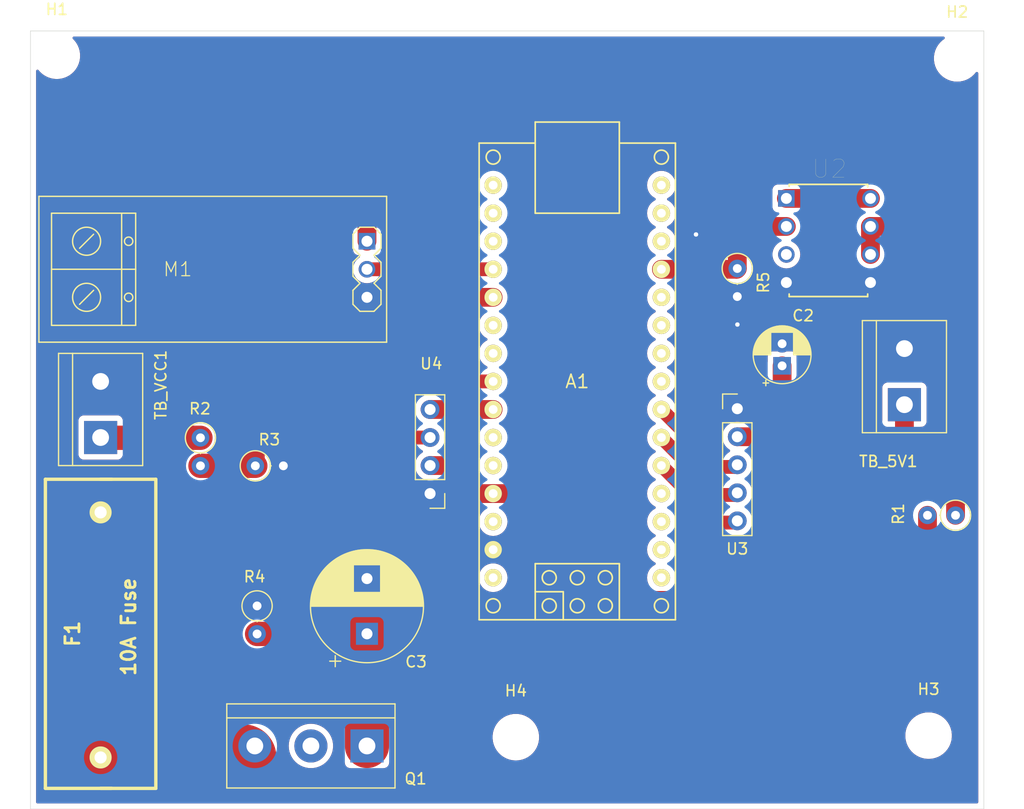
<source format=kicad_pcb>
(kicad_pcb (version 20211014) (generator pcbnew)
  (layers (0 "F.Cu" signal) (31 "B.Cu" signal) (35 "F.Paste" user) (37 "F.SilkS" user "F.Silkscreen") (38 "B.Mask" user) (39 "F.Mask" user) (44 "Edge.Cuts" user))
  (net 0 "")
  (net 1 "Net-(A1-Pad12)")
  (net 2 "Net-(A1-Pad24)")
  (net 3 "Net-(A1-Pad23)")
  (net 4 "Net-(A1-Pad7)")
  (net 5 "Net-(A1-Pad6)")
  (net 6 "Net-(A1-Pad5)")
  (net 7 "Net-(A1-Pad20)")
  (net 8 "GND")
  (net 9 "+5V")
  (net 10 "Net-(C3-Pad1)")
  (net 11 "Net-(F1-Pad2)")
  (net 12 "Net-(R1-Pad1)")
  (net 13 "VCC")
  (net 14 "Net-(A1-Pad19)")
  (net 15 "Net-(M1-Pad~)")
  (footprint "footprints:arduino_nano" (layer "F.Cu") (at 104.775 81.915 90)
    (fp_text reference "A1" (at 0 0) (layer "F.SilkS") (effects (font (size 1.2 1.2))))
    (fp_text value "Arduino_Nano")
    (pad "1" thru_hole circle locked (at -17.78 7.62 90) (size 1.5748 1.5748) (drill 0.8) (layers *.Cu *.Mask "F.SilkS"))
    (pad "2" thru_hole circle locked (at -15.24 7.62 90) (size 1.5748 1.5748) (drill 0.8) (layers *.Cu *.Mask "F.SilkS"))
    (pad "3" thru_hole circle locked (at -12.7 7.62 90) (size 1.5748 1.5748) (drill 0.8) (layers *.Cu *.Mask "F.SilkS"))
    (pad "4" thru_hole circle locked (at -10.16 7.62 90) (size 1.5748 1.5748) (drill 0.8) (layers *.Cu *.Mask "F.SilkS"))
    (pad "5" thru_hole circle locked (at -7.62 7.62 90) (size 1.5748 1.5748) (drill 0.8) (layers *.Cu *.Mask "F.SilkS") (net 6 "Net-(A1-Pad5)"))
    (pad "6" thru_hole circle locked (at -5.08 7.62 90) (size 1.5748 1.5748) (drill 0.8) (layers *.Cu *.Mask "F.SilkS") (net 5 "Net-(A1-Pad6)"))
    (pad "7" thru_hole circle locked (at -2.54 7.62 90) (size 1.5748 1.5748) (drill 0.8) (layers *.Cu *.Mask "F.SilkS") (net 4 "Net-(A1-Pad7)"))
    (pad "8" thru_hole circle locked (at 0 7.62 90) (size 1.5748 1.5748) (drill 0.8) (layers *.Cu *.Mask "F.SilkS"))
    (pad "9" thru_hole circle locked (at 2.54 7.62 90) (size 1.5748 1.5748) (drill 0.8) (layers *.Cu *.Mask "F.SilkS"))
    (pad "10" thru_hole circle locked (at 5.08 7.62 90) (size 1.5748 1.5748) (drill 0.8) (layers *.Cu *.Mask "F.SilkS"))
    (pad "11" thru_hole circle locked (at 7.62 7.62 90) (size 1.5748 1.5748) (drill 0.8) (layers *.Cu *.Mask "F.SilkS"))
    (pad "12" thru_hole circle locked (at 10.16 7.62 90) (size 1.5748 1.5748) (drill 0.8) (layers *.Cu *.Mask "F.SilkS") (net 1 "Net-(A1-Pad12)"))
    (pad "13" thru_hole circle locked (at 12.7 7.62 90) (size 1.5748 1.5748) (drill 0.8) (layers *.Cu *.Mask "F.SilkS"))
    (pad "14" thru_hole circle locked (at 15.24 7.62 90) (size 1.5748 1.5748) (drill 0.8) (layers *.Cu *.Mask "F.SilkS"))
    (pad "15" thru_hole circle locked (at 17.78 7.62 90) (size 1.5748 1.5748) (drill 0.8) (layers *.Cu *.Mask "F.SilkS"))
    (pad "16" thru_hole circle locked (at 17.78 -7.62 90) (size 1.5748 1.5748) (drill 0.8) (layers *.Cu *.Mask "F.SilkS"))
    (pad "17" thru_hole circle locked (at 15.24 -7.62 90) (size 1.5748 1.5748) (drill 0.8) (layers *.Cu *.Mask "F.SilkS"))
    (pad "18" thru_hole circle locked (at 12.7 -7.62 90) (size 1.5748 1.5748) (drill 0.8) (layers *.Cu *.Mask "F.SilkS"))
    (pad "19" thru_hole circle locked (at 10.16 -7.62 90) (size 1.5748 1.5748) (drill 0.8) (layers *.Cu *.Mask "F.SilkS") (net 14 "Net-(A1-Pad19)"))
    (pad "20" thru_hole circle locked (at 7.62 -7.62 90) (size 1.5748 1.5748) (drill 0.8) (layers *.Cu *.Mask "F.SilkS") (net 7 "Net-(A1-Pad20)"))
    (pad "21" thru_hole circle locked (at 5.08 -7.62 90) (size 1.5748 1.5748) (drill 0.8) (layers *.Cu *.Mask "F.SilkS"))
    (pad "22" thru_hole circle locked (at 2.54 -7.62 90) (size 1.5748 1.5748) (drill 0.8) (layers *.Cu *.Mask "F.SilkS"))
    (pad "23" thru_hole circle locked (at 0 -7.62 90) (size 1.5748 1.5748) (drill 0.8) (layers *.Cu *.Mask "F.SilkS") (net 3 "Net-(A1-Pad23)"))
    (pad "24" thru_hole circle locked (at -2.54 -7.62 90) (size 1.5748 1.5748) (drill 0.8) (layers *.Cu *.Mask "F.SilkS") (net 2 "Net-(A1-Pad24)"))
    (pad "25" thru_hole circle locked (at -5.08 -7.62 90) (size 1.5748 1.5748) (drill 0.8) (layers *.Cu *.Mask "F.SilkS"))
    (pad "26" thru_hole circle locked (at -7.62 -7.62 90) (size 1.5748 1.5748) (drill 0.8) (layers *.Cu *.Mask "F.SilkS"))
    (pad "27" thru_hole circle locked (at -10.16 -7.62 90) (size 1.5748 1.5748) (drill 0.8) (layers *.Cu *.Mask "F.SilkS") (net 9 "+5V"))
    (pad "28" thru_hole circle locked (at -12.7 -7.62 90) (size 1.5748 1.5748) (drill 0.8) (layers *.Cu *.Mask "F.SilkS"))
    (pad "29" thru_hole circle locked (at -15.24 -7.62 90) (size 1.5748 1.5748) (drill 0.8) (layers *.Cu *.Mask "F.SilkS") (net 8 "GND"))
    (pad "30" thru_hole circle locked (at -17.78 -7.62 90) (size 1.5748 1.5748) (drill 0.8) (layers *.Cu *.Mask "F.SilkS"))
  )
  (footprint "Connector_PinHeader_2.54mm:PinHeader_1x04_P2.54mm_Vertical" (layer "F.Cu") (at 91.44 92.075 180)
    (fp_text reference "U4" (at -0.11 11.765 180) (layer "F.SilkS"))
    (fp_text value "I2C-LCD-16X2")
    (pad "1" thru_hole rect locked (at 0 0 180) (size 1.7 1.7) (drill 1) (layers *.Cu *.Mask) (net 8 "GND"))
    (pad "2" thru_hole oval locked (at 0 2.54 180) (size 1.7 1.7) (drill 1) (layers *.Cu *.Mask) (net 9 "+5V"))
    (pad "3" thru_hole oval locked (at 0 5.08 180) (size 1.7 1.7) (drill 1) (layers *.Cu *.Mask) (net 3 "Net-(A1-Pad23)"))
    (pad "4" thru_hole oval locked (at 0 7.62 180) (size 1.7 1.7) (drill 1) (layers *.Cu *.Mask) (net 2 "Net-(A1-Pad24)"))
  )
  (footprint "Resistor_THT:R_Axial_DIN0207_L6.3mm_D2.5mm_P2.54mm_Vertical" (layer "F.Cu") (at 139.04 94.04 180)
    (fp_text reference "R1" (at 5.18 0.12 270) (layer "F.SilkS"))
    (fp_text value "10")
    (pad "1" thru_hole circle locked (at 0 0 180) (size 1.6 1.6) (drill 0.8) (layers *.Cu *.Mask) (net 12 "Net-(R1-Pad1)"))
    (pad "2" thru_hole oval locked (at 2.54 0 180) (size 1.6 1.6) (drill 0.8) (layers *.Cu *.Mask) (net 10 "Net-(C3-Pad1)"))
  )
  (footprint "Capacitor_THT:CP_Radial_D10.0mm_P5.00mm" (layer "F.Cu") (at 85.725 104.775 90)
    (fp_text reference "C3" (at -2.54 4.445) (layer "F.SilkS"))
    (fp_text value "470uF")
    (pad "1" thru_hole rect locked (at 0 0 90) (size 2 2) (drill 1) (layers *.Cu *.Mask) (net 10 "Net-(C3-Pad1)"))
    (pad "2" thru_hole circle locked (at 5 0 90) (size 2 2) (drill 1) (layers *.Cu *.Mask) (net 8 "GND"))
  )
  (footprint "footprints:TerminalBlock_bornier-2_P5.08mm" (layer "F.Cu") (at 134.41 78.94 -90)
    (fp_text reference "TB_5V1" (at 10.22 1.46 180) (layer "F.SilkS"))
    (fp_text value "Screw_Terminal")
    (pad "1" thru_hole rect locked (at 5.08 0 270) (size 3 3) (drill 1.52) (layers *.Cu *.Mask) (net 9 "+5V"))
    (pad "2" thru_hole circle locked (at 0 0 270) (size 3 3) (drill 1.52) (layers *.Cu *.Mask) (net 8 "GND"))
  )
  (footprint "Capacitor_THT:CP_Radial_D5.0mm_P2.00mm" (layer "F.Cu") (at 123.33 80.5 90)
    (fp_text reference "C2" (at 4.54 1.905 180) (layer "F.SilkS"))
    (fp_text value "22uF")
    (pad "1" thru_hole rect locked (at 0 0 90) (size 1.6 1.6) (drill 0.8) (layers *.Cu *.Mask) (net 9 "+5V"))
    (pad "2" thru_hole circle locked (at 2 0 90) (size 1.6 1.6) (drill 0.8) (layers *.Cu *.Mask) (net 8 "GND"))
  )
  (footprint "Connector_PinHeader_2.54mm:PinHeader_1x05_P2.54mm_Vertical" (layer "F.Cu") (at 119.27 84.385)
    (fp_text reference "U3" (at 0 12.7 180) (layer "F.SilkS"))
    (fp_text value "Rotary_Encoder")
    (pad "1" thru_hole rect locked (at 0 0) (size 1.7 1.7) (drill 1) (layers *.Cu *.Mask) (net 8 "GND"))
    (pad "2" thru_hole oval locked (at 0 2.54) (size 1.7 1.7) (drill 1) (layers *.Cu *.Mask) (net 9 "+5V"))
    (pad "3" thru_hole oval locked (at 0 5.08) (size 1.7 1.7) (drill 1) (layers *.Cu *.Mask) (net 4 "Net-(A1-Pad7)"))
    (pad "4" thru_hole oval locked (at 0 7.62) (size 1.7 1.7) (drill 1) (layers *.Cu *.Mask) (net 5 "Net-(A1-Pad6)"))
    (pad "5" thru_hole oval locked (at 0 10.16) (size 1.7 1.7) (drill 1) (layers *.Cu *.Mask) (net 6 "Net-(A1-Pad5)"))
  )
  (footprint "Resistor_THT:R_Axial_DIN0207_L6.3mm_D2.5mm_P2.54mm_Vertical" (layer "F.Cu") (at 119.27 71.685 -90)
    (fp_text reference "R5" (at 1.27 -2.37 90) (layer "F.SilkS"))
    (fp_text value "1k")
    (pad "1" thru_hole circle locked (at 0 0 270) (size 1.6 1.6) (drill 0.8) (layers *.Cu *.Mask) (net 1 "Net-(A1-Pad12)"))
    (pad "2" thru_hole oval locked (at 2.54 0 270) (size 1.6 1.6) (drill 0.8) (layers *.Cu *.Mask) (net 8 "GND"))
  )
  (footprint "diy-modules:CURRENT-SENSOR-ACS712" (layer "F.Cu") (at 71.755 71.755)
    (fp_text reference "M1" (at -3.175 0) (layer "F.SilkS") (effects (font (size 1.27 1.27) (thickness 0.1016))))
    (fp_text value "CURRENT-SENSOR-ACS712" hide)
    (pad "1" thru_hole rect locked (at 13.97 -2.54) (size 1.50622 1.50622) (drill 0.99822) (layers *.Cu *.Paste *.Mask) (net 9 "+5V"))
    (pad "2" thru_hole circle locked (at 13.97 0) (size 1.50622 1.50622) (drill 0.99822) (layers *.Cu *.Paste *.Mask) (net 14 "Net-(A1-Pad19)"))
    (pad "3" thru_hole circle locked (at 13.97 2.54) (size 1.50622 1.50622) (drill 0.99822) (layers *.Cu *.Paste *.Mask) (net 8 "GND"))
  )
  (footprint "Resistor_THT:R_Axial_DIN0207_L6.3mm_D2.5mm_P2.54mm_Vertical" (layer "F.Cu") (at 75.77 102.25 -90)
    (fp_text reference "R4" (at -2.64 0.23 180) (layer "F.SilkS"))
    (fp_text value "150k")
    (pad "1" thru_hole circle locked (at 0 0 270) (size 1.6 1.6) (drill 0.8) (layers *.Cu *.Mask) (net 8 "GND"))
    (pad "2" thru_hole oval locked (at 2.54 0 270) (size 1.6 1.6) (drill 0.8) (layers *.Cu *.Mask) (net 10 "Net-(C3-Pad1)"))
  )
  (footprint "Resistor_THT:R_Axial_DIN0207_L6.3mm_D2.5mm_P2.54mm_Vertical" (layer "F.Cu") (at 70.64 87.02 -90)
    (fp_text reference "R2" (at -2.63 0.05 180) (layer "F.SilkS"))
    (fp_text value "10k")
    (pad "1" thru_hole circle locked (at 0 0 270) (size 1.6 1.6) (drill 0.8) (layers *.Cu *.Mask) (net 13 "VCC"))
    (pad "2" thru_hole oval locked (at 2.54 0 270) (size 1.6 1.6) (drill 0.8) (layers *.Cu *.Mask) (net 7 "Net-(A1-Pad20)"))
  )
  (footprint "TerminalBlock:TerminalBlock_bornier-3_P5.08mm" (layer "F.Cu") (at 85.725 114.935 180)
    (fp_text reference "Q1" (at -4.405 -2.975) (layer "F.SilkS"))
    (fp_text value "IRFZ44NPBF")
    (pad "1" thru_hole rect locked (at 0 0 180) (size 3 3) (drill 1.52) (layers *.Cu *.Mask) (net 10 "Net-(C3-Pad1)"))
    (pad "2" thru_hole circle locked (at 5.08 0 180) (size 3 3) (drill 1.52) (layers *.Cu *.Mask) (net 15 "Net-(M1-Pad~)"))
    (pad "3" thru_hole circle locked (at 10.16 0 180) (size 3 3) (drill 1.52) (layers *.Cu *.Mask) (net 11 "Net-(F1-Pad2)"))
  )
  (footprint "footprints:TerminalBlock_bornier-2_P5.08mm" (layer "F.Cu") (at 61.595 81.915 -90)
    (fp_text reference "TB_VCC1" (at 0.315 -5.455 90) (layer "F.SilkS"))
    (fp_text value "Screw_Terminal")
    (pad "1" thru_hole rect locked (at 5.08 0 270) (size 3 3) (drill 1.52) (layers *.Cu *.Mask) (net 13 "VCC"))
    (pad "2" thru_hole circle locked (at 0 0 270) (size 3 3) (drill 1.52) (layers *.Cu *.Mask) (net 8 "GND"))
  )
  (footprint "footprints:BLX-A" (layer "F.Cu") (at 61.595 104.775 -90)
    (fp_text reference "F1" (at 0 2.54 90) (layer "F.SilkS") (effects (font (size 1.27 1.27) (thickness 0.254))))
    (fp_text value "10A Fuse" (at -0.635 -2.54 90) (layer "F.SilkS") (effects (font (size 1.27 1.27) (thickness 0.254))))
    (pad "1" thru_hole circle locked (at -10.9982 0 270) (size 1.99898 1.99898) (drill 1.09982) (layers *.Cu *.Mask "F.SilkS") (net 8 "GND"))
    (pad "2" thru_hole circle locked (at 11.2014 0 270) (size 1.99898 1.99898) (drill 1.09982) (layers *.Cu *.Mask "F.SilkS") (net 11 "Net-(F1-Pad2)"))
  )
  (footprint "Resistor_THT:R_Axial_DIN0207_L6.3mm_D2.5mm_P2.54mm_Vertical" (layer "F.Cu") (at 75.61 89.56)
    (fp_text reference "R3" (at 1.27 -2.37) (layer "F.SilkS"))
    (fp_text value "2k")
    (pad "1" thru_hole circle locked (at 0 0) (size 1.6 1.6) (drill 0.8) (layers *.Cu *.Mask) (net 7 "Net-(A1-Pad20)"))
    (pad "2" thru_hole oval locked (at 2.54 0) (size 1.6 1.6) (drill 0.8) (layers *.Cu *.Mask) (net 8 "GND"))
  )
  (footprint "footprints:DIP254P762X533-8" (layer "F.Cu") (at 131.335 72.955)
    (fp_text reference "U2" (at -3.725 -10.305) (layer "F.SilkS") (effects (font (size 1.642071 1.642071) (thickness 0.015))))
    (fp_text value "TC4420CPA")
    (pad "1" thru_hole rect locked (at -7.62 -7.62) (size 1.4986 1.4986) (drill 0.9906) (layers *.Cu *.Mask) (net 9 "+5V"))
    (pad "2" thru_hole circle locked (at -7.62 -5.08) (size 1.4986 1.4986) (drill 0.9906) (layers *.Cu *.Mask) (net 1 "Net-(A1-Pad12)"))
    (pad "3" thru_hole circle locked (at -7.62 -2.54) (size 1.4986 1.4986) (drill 0.9906) (layers *.Cu *.Mask))
    (pad "4" thru_hole circle locked (at -7.62 0) (size 1.4986 1.4986) (drill 0.9906) (layers *.Cu *.Mask) (net 8 "GND"))
    (pad "5" thru_hole circle locked (at 0 0) (size 1.4986 1.4986) (drill 0.9906) (layers *.Cu *.Mask) (net 8 "GND"))
    (pad "6" thru_hole circle locked (at 0 -2.54) (size 1.4986 1.4986) (drill 0.9906) (layers *.Cu *.Mask) (net 12 "Net-(R1-Pad1)"))
    (pad "7" thru_hole circle locked (at 0 -5.08) (size 1.4986 1.4986) (drill 0.9906) (layers *.Cu *.Mask) (net 12 "Net-(R1-Pad1)"))
    (pad "8" thru_hole circle locked (at 0 -7.62) (size 1.4986 1.4986) (drill 0.9906) (layers *.Cu *.Mask) (net 9 "+5V"))
  )
  (footprint "MountingHole:MountingHole_3.2mm_M3" (layer "F.Cu") (at 99.21 114.14)
    (fp_text reference "H4" (at 0 -4.2) (layer "F.SilkS"))
    (fp_text value "MountingHole")
    (pad "" np_thru_hole circle (at 0 0) (size 3.2 3.2) (drill 3.2) (layers *.Cu *.Mask))
  )
  (footprint "MountingHole:MountingHole_3.2mm_M3" (layer "F.Cu") (at 57.63 52.41)
    (fp_text reference "H1" (at 0 -4.2) (layer "F.SilkS"))
    (fp_text value "MountingHole")
    (pad "" np_thru_hole circle (at 0 0) (size 3.2 3.2) (drill 3.2) (layers *.Cu *.Mask))
  )
  (footprint "MountingHole:MountingHole_3.2mm_M3" (layer "F.Cu") (at 139.19 52.65)
    (fp_text reference "H2" (at 0 -4.2) (layer "F.SilkS"))
    (fp_text value "MountingHole")
    (pad "" np_thru_hole circle (at 0 0) (size 3.2 3.2) (drill 3.2) (layers *.Cu *.Mask))
  )
  (footprint "MountingHole:MountingHole_3.2mm_M3" (layer "F.Cu") (at 136.6 114)
    (fp_text reference "H3" (at 0 -4.2) (layer "F.SilkS"))
    (fp_text value "MountingHole")
    (pad "" np_thru_hole circle (at 0 0) (size 3.2 3.2) (drill 3.2) (layers *.Cu *.Mask))
  )
  (gr_line (start 141.605 50.165) (end 55.245 50.165) (layer "Edge.Cuts") (width 0.05))
  (gr_line (start 141.605 120.65) (end 141.605 50.165) (layer "Edge.Cuts") (width 0.05))
  (gr_line (start 55.245 50.165) (end 55.245 120.65) (layer "Edge.Cuts") (width 0.05))
  (gr_line (start 55.245 120.65) (end 141.605 120.65) (layer "Edge.Cuts") (width 0.05))
  (segment (start 119.27 68.1) (end 119.27 71.685) (width 1.7) (layer "F.Cu") (net 1))
  (segment (start 112.395 71.755) (end 119.2 71.755) (width 1.7) (layer "F.Cu") (net 1))
  (segment (start 119.495 67.875) (end 119.27 68.1) (width 1.7) (layer "F.Cu") (net 1))
  (segment (start 123.715 67.875) (end 119.495 67.875) (width 1.7) (layer "F.Cu") (net 1))
  (segment (start 119.2 71.755) (end 119.27 71.685) (width 1.7) (layer "F.Cu") (net 1))
  (segment (start 91.44 84.455) (end 97.155 84.455) (width 1.7) (layer "F.Cu") (net 2))
  (segment (start 88.265 86.36) (end 88.9 86.995) (width 1.25) (layer "F.Cu") (net 3))
  (segment (start 88.9 86.995) (end 91.44 86.995) (width 1.25) (layer "F.Cu") (net 3))
  (segment (start 88.265 82.55) (end 88.265 86.36) (width 1.25) (layer "F.Cu") (net 3))
  (segment (start 88.9 81.915) (end 88.265 82.55) (width 1.25) (layer "F.Cu") (net 3))
  (segment (start 97.155 81.915) (end 88.9 81.915) (width 1.25) (layer "F.Cu") (net 3))
  (segment (start 112.395 84.455) (end 117.6 89.66) (width 1.25) (layer "F.Cu") (net 4))
  (segment (start 119.075 89.66) (end 119.27 89.465) (width 1.25) (layer "F.Cu") (net 4))
  (segment (start 117.6 89.66) (end 119.075 89.66) (width 1.25) (layer "F.Cu") (net 4))
  (segment (start 119.075 92.2) (end 119.27 92.005) (width 1.25) (layer "F.Cu") (net 5))
  (segment (start 112.395 86.995) (end 117.6 92.2) (width 1.25) (layer "F.Cu") (net 5))
  (segment (start 117.6 92.2) (end 119.075 92.2) (width 1.25) (layer "F.Cu") (net 5))
  (segment (start 119.115 94.7) (end 119.27 94.545) (width 1.25) (layer "F.Cu") (net 6))
  (segment (start 112.395 89.535) (end 117.56 94.7) (width 1.25) (layer "F.Cu") (net 6))
  (segment (start 117.56 94.7) (end 119.115 94.7) (width 1.25) (layer "F.Cu") (net 6))
  (segment (start 92.85 77.63) (end 93.09 77.39) (width 1.7) (layer "F.Cu") (net 7))
  (segment (start 93.09 74.59) (end 93.385 74.295) (width 1.7) (layer "F.Cu") (net 7))
  (segment (start 75.61 77.87) (end 75.85 77.63) (width 1.7) (layer "F.Cu") (net 7))
  (segment (start 93.09 77.39) (end 93.09 74.59) (width 1.7) (layer "F.Cu") (net 7))
  (segment (start 75.85 77.63) (end 92.85 77.63) (width 1.7) (layer "F.Cu") (net 7))
  (segment (start 93.385 74.295) (end 97.155 74.295) (width 1.7) (layer "F.Cu") (net 7))
  (segment (start 70.64 89.56) (end 75.61 89.56) (width 2.2) (layer "F.Cu") (net 7))
  (segment (start 75.61 89.56) (end 75.61 77.87) (width 1.7) (layer "F.Cu") (net 7))
  (segment (start 134.41 74.97) (end 134.41 78.94) (width 2.2) (layer "F.Cu") (net 8))
  (segment (start 131.335 72.955) (end 133.975 72.955) (width 2.2) (layer "F.Cu") (net 8))
  (segment (start 119.27 74.225) (end 122.445 74.225) (width 1.7) (layer "F.Cu") (net 8))
  (segment (start 122.445 74.225) (end 123.715 72.955) (width 1.7) (layer "F.Cu") (net 8))
  (segment (start 119.27 76.75) (end 119.28 76.76) (width 1.7) (layer "F.Cu") (net 8))
  (segment (start 134.41 73.39) (end 134.41 74.97) (width 2.2) (layer "F.Cu") (net 8))
  (segment (start 119.27 74.225) (end 119.27 76.75) (width 1.7) (layer "F.Cu") (net 8))
  (segment (start 133.975 72.955) (end 134.41 73.39) (width 2.2) (layer "F.Cu") (net 8))
  (via (at 115.53 68.6) (size 0.8) (drill 0.4) (layers "F.Cu" "B.Cu") (net 8))
  (via (at 119.28 76.76) (size 0.8) (drill 0.4) (layers "F.Cu" "B.Cu") (net 8))
  (segment (start 115.53 68.6) (end 115.53 76.5) (width 1.7) (layer "B.Cu") (net 8))
  (segment (start 115.53 76.5) (end 115.79 76.76) (width 1.7) (layer "B.Cu") (net 8))
  (segment (start 115.79 76.76) (end 119.28 76.76) (width 1.7) (layer "B.Cu") (net 8))
  (segment (start 134.41 86.64) (end 134.125 86.925) (width 1.7) (layer "F.Cu") (net 9))
  (segment (start 97.299354 61.56) (end 86.42 61.56) (width 1.7) (layer "F.Cu") (net 9))
  (segment (start 86.42 61.56) (end 85.725 62.255) (width 1.7) (layer "F.Cu") (net 9))
  (segment (start 134.41 84.02) (end 134.41 86.64) (width 1.7) (layer "F.Cu") (net 9))
  (segment (start 123.33 86.74) (end 123.145 86.925) (width 1.7) (layer "F.Cu") (net 9))
  (segment (start 106.37 62.16) (end 105.78 61.57) (width 1.7) (layer "F.Cu") (net 9))
  (segment (start 100.92 101.75) (end 106.37 101.75) (width 1.7) (layer "F.Cu") (net 9))
  (segment (start 85.725 62.255) (end 85.725 69.215) (width 1.7) (layer "F.Cu") (net 9))
  (segment (start 123.145 86.925) (end 127.525 86.925) (width 1.7) (layer "F.Cu") (net 9))
  (segment (start 106.37 101.75) (end 106.37 62.16) (width 1.7) (layer "F.Cu") (net 9))
  (segment (start 127.795 86.655) (end 127.795 100.915) (width 1.7) (layer "F.Cu") (net 9))
  (segment (start 123.715 65.335) (end 127.795 65.335) (width 1.7) (layer "F.Cu") (net 9))
  (segment (start 127.795 65.335) (end 127.795 86.655) (width 1.7) (layer "F.Cu") (net 9))
  (segment (start 97.309354 61.57) (end 97.299354 61.56) (width 1.7) (layer "F.Cu") (net 9))
  (segment (start 119.27 86.925) (end 123.145 86.925) (width 1.7) (layer "F.Cu") (net 9))
  (segment (start 97.155 92.075) (end 100.565 92.075) (width 1.7) (layer "F.Cu") (net 9))
  (segment (start 95.795 92.075) (end 97.155 92.075) (width 1.7) (layer "F.Cu") (net 9))
  (segment (start 126.96 101.75) (end 127.795 100.915) (width 1.7) (layer "F.Cu") (net 9))
  (segment (start 127.795 65.335) (end 131.335 65.335) (width 1.7) (layer "F.Cu") (net 9))
  (segment (start 127.795 86.655) (end 127.525 86.925) (width 1.7) (layer "F.Cu") (net 9))
  (segment (start 105.78 61.57) (end 97.309354 61.57) (width 1.7) (layer "F.Cu") (net 9))
  (segment (start 93.255 89.535) (end 95.795 92.075) (width 1.7) (layer "F.Cu") (net 9))
  (segment (start 123.33 80.5) (end 123.33 86.74) (width 1.7) (layer "F.Cu") (net 9))
  (segment (start 100.92 92.43) (end 100.92 101.75) (width 1.7) (layer "F.Cu") (net 9))
  (segment (start 106.37 101.75) (end 126.96 101.75) (width 1.7) (layer "F.Cu") (net 9))
  (segment (start 91.44 89.535) (end 93.255 89.535) (width 1.7) (layer "F.Cu") (net 9))
  (segment (start 100.565 92.075) (end 100.92 92.43) (width 1.7) (layer "F.Cu") (net 9))
  (segment (start 134.125 86.925) (end 127.525 86.925) (width 1.7) (layer "F.Cu") (net 9))
  (segment (start 75.77 104.79) (end 85.71 104.79) (width 2.2) (layer "F.Cu") (net 10))
  (segment (start 136.5 109.54) (end 136.5 104.29) (width 1.7) (layer "F.Cu") (net 10))
  (segment (start 85.71 104.79) (end 85.725 104.775) (width 2.2) (layer "F.Cu") (net 10))
  (segment (start 136.035 110.005) (end 136.5 109.54) (width 1.7) (layer "F.Cu") (net 10))
  (segment (start 85.725 110.005) (end 85.725 114.935) (width 4) (layer "F.Cu") (net 10))
  (segment (start 85.725 104.775) (end 85.725 110.005) (width 4) (layer "F.Cu") (net 10))
  (segment (start 136.5 94.04) (end 136.5 104.29) (width 1.7) (layer "F.Cu") (net 10))
  (segment (start 85.725 110.005) (end 136.035 110.005) (width 1.7) (layer "F.Cu") (net 10))
  (segment (start 61.595 115.9764) (end 74.5236 115.9764) (width 6) (layer "F.Cu") (net 11))
  (segment (start 74.5236 115.9764) (end 75.565 114.935) (width 1.25) (layer "F.Cu") (net 11))
  (segment (start 131.335 67.875) (end 136.045 67.875) (width 1.7) (layer "F.Cu") (net 12))
  (segment (start 136.045 67.875) (end 139.025 67.875) (width 1.7) (layer "F.Cu") (net 12))
  (segment (start 131.335 67.875) (end 131.335 70.415) (width 1.7) (layer "F.Cu") (net 12))
  (segment (start 139.04 94.04) (end 139.04 67.89) (width 1.7) (layer "F.Cu") (net 12))
  (segment (start 139.04 67.89) (end 139.025 67.875) (width 1.7) (layer "F.Cu") (net 12))
  (segment (start 70.64 87.02) (end 61.62 87.02) (width 2.2) (layer "F.Cu") (net 13))
  (segment (start 61.62 87.02) (end 61.595 86.995) (width 2.2) (layer "F.Cu") (net 13))
  (segment (start 90.805 71.755) (end 85.725 71.755) (width 1.25) (layer "F.Cu") (net 14))
  (segment (start 97.155 71.755) (end 90.805 71.755) (width 1.25) (layer "F.Cu") (net 14))
  (zone (net 8) (net_name "GND") (layer "F.Cu") (connect_pads yes (clearance 0.508)) (min_thickness 0.254) (fill yes (thermal_gap 0.508) (thermal_bridge_width 0.508))
    (polygon (pts (xy 141.6 120.65) (xy 55.25 120.65) (xy 55.25 50.175) (xy 141.6 50.175)))
  )
  (zone (net 8) (net_name "GND") (layer "B.Cu") (connect_pads yes (clearance 0.508)) (min_thickness 0.254) (fill yes (thermal_gap 0.508) (thermal_bridge_width 0.508))
    (polygon (pts (xy 141.6 120.65) (xy 55.25 120.65) (xy 55.24 50.17) (xy 55.24 50.16) (xy 141.61 50.16)))
  )
)
</source>
